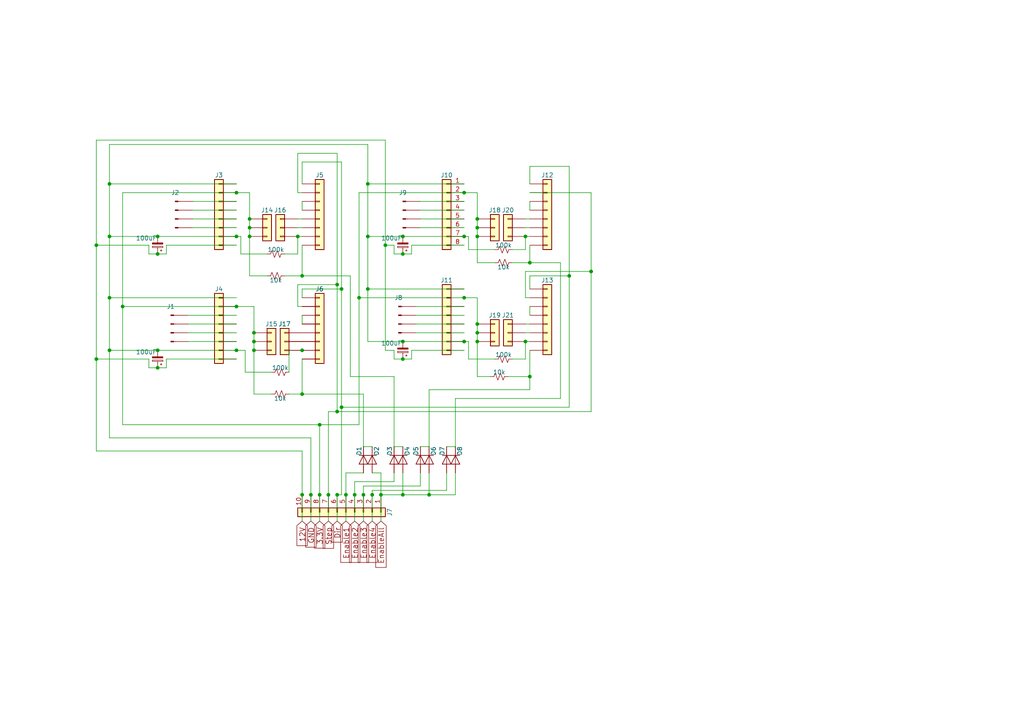
<source format=kicad_sch>
(kicad_sch (version 20211123) (generator eeschema)
  (paper "A4")
  (lib_symbols
    (symbol "4motor-rescue:CP_Small" (pin_numbers hide) (pin_names (offset 0.254) hide)
      (property "Reference" "C" (at 0.254 1.778 0))
      (property "Value" "CP_Small" (at 0.254 -2.032 0))
      (symbol "CP_Small_0_1"
        (rectangle (start -1.524 -0.3048) (end 1.524 -0.6858) (fill (type outline)))
        (rectangle (start -1.524 0.6858) (end 1.524 0.3048))
        (polyline (pts (xy -1.27 1.524) (xy -0.762 1.524)))
        (polyline (pts (xy -1.016 1.27) (xy -1.016 1.778)))
      )
      (symbol "CP_Small_1_1"
        (pin passive line (at 0 2.54 270) (length 1.8542) (name "~") (number "1"))
        (pin passive line (at 0 -2.54 90) (length 1.8542) (name "~") (number "2"))
      )
    )
    (symbol "4motor-rescue:Conn_01x03" (pin_numbers hide) (pin_names (offset 1.016) hide)
      (property "Reference" "J" (at 0 5.08 0))
      (property "Value" "Conn_01x03" (at 0 -5.08 0))
      (symbol "Conn_01x03_1_1"
        (rectangle (start -1.27 -2.413) (end 0 -2.667) (stroke (width 0.1524)))
        (rectangle (start -1.27 0.127) (end 0 -0.127) (stroke (width 0.1524)))
        (rectangle (start -1.27 2.667) (end 0 2.413) (stroke (width 0.1524)))
        (rectangle (start -1.27 3.81) (end 1.27 -3.81) (stroke (width 0.254)) (fill (type background)))
        (pin passive line (at -5.08 2.54 0) (length 3.81) (name "Pin_1") (number "1"))
        (pin passive line (at -5.08 0 0) (length 3.81) (name "Pin_2") (number "2"))
        (pin passive line (at -5.08 -2.54 0) (length 3.81) (name "Pin_3") (number "3"))
      )
    )
    (symbol "4motor-rescue:Conn_01x04_Male" (pin_numbers hide) (pin_names (offset 1.016) hide)
      (property "Reference" "J" (at 0 5.08 0))
      (property "Value" "Conn_01x04_Male" (at 0 -7.62 0))
      (symbol "Conn_01x04_Male_1_1"
        (polyline (pts (xy 1.27 -5.08) (xy 0.8636 -5.08)) (stroke (width 0.1524)))
        (polyline (pts (xy 1.27 -2.54) (xy 0.8636 -2.54)) (stroke (width 0.1524)))
        (polyline (pts (xy 1.27 0) (xy 0.8636 0)) (stroke (width 0.1524)))
        (polyline (pts (xy 1.27 2.54) (xy 0.8636 2.54)) (stroke (width 0.1524)))
        (rectangle (start 0.8636 -4.953) (end 0 -5.207) (stroke (width 0.1524)) (fill (type outline)))
        (rectangle (start 0.8636 -2.413) (end 0 -2.667) (stroke (width 0.1524)) (fill (type outline)))
        (rectangle (start 0.8636 0.127) (end 0 -0.127) (stroke (width 0.1524)) (fill (type outline)))
        (rectangle (start 0.8636 2.667) (end 0 2.413) (stroke (width 0.1524)) (fill (type outline)))
        (pin passive line (at 5.08 2.54 180) (length 3.81) (name "Pin_1") (number "1"))
        (pin passive line (at 5.08 0 180) (length 3.81) (name "Pin_2") (number "2"))
        (pin passive line (at 5.08 -2.54 180) (length 3.81) (name "Pin_3") (number "3"))
        (pin passive line (at 5.08 -5.08 180) (length 3.81) (name "Pin_4") (number "4"))
      )
    )
    (symbol "4motor-rescue:Conn_01x08" (pin_numbers hide) (pin_names (offset 1.016) hide)
      (property "Reference" "J" (at 0 10.16 0))
      (property "Value" "Conn_01x08" (at 0 -12.7 0))
      (symbol "Conn_01x08_1_1"
        (rectangle (start -1.27 -10.033) (end 0 -10.287) (stroke (width 0.1524)))
        (rectangle (start -1.27 -7.493) (end 0 -7.747) (stroke (width 0.1524)))
        (rectangle (start -1.27 -4.953) (end 0 -5.207) (stroke (width 0.1524)))
        (rectangle (start -1.27 -2.413) (end 0 -2.667) (stroke (width 0.1524)))
        (rectangle (start -1.27 0.127) (end 0 -0.127) (stroke (width 0.1524)))
        (rectangle (start -1.27 2.667) (end 0 2.413) (stroke (width 0.1524)))
        (rectangle (start -1.27 5.207) (end 0 4.953) (stroke (width 0.1524)))
        (rectangle (start -1.27 7.747) (end 0 7.493) (stroke (width 0.1524)))
        (rectangle (start -1.27 8.89) (end 1.27 -11.43) (stroke (width 0.254)) (fill (type background)))
        (pin passive line (at -5.08 7.62 0) (length 3.81) (name "Pin_1") (number "1"))
        (pin passive line (at -5.08 5.08 0) (length 3.81) (name "Pin_2") (number "2"))
        (pin passive line (at -5.08 2.54 0) (length 3.81) (name "Pin_3") (number "3"))
        (pin passive line (at -5.08 0 0) (length 3.81) (name "Pin_4") (number "4"))
        (pin passive line (at -5.08 -2.54 0) (length 3.81) (name "Pin_5") (number "5"))
        (pin passive line (at -5.08 -5.08 0) (length 3.81) (name "Pin_6") (number "6"))
        (pin passive line (at -5.08 -7.62 0) (length 3.81) (name "Pin_7") (number "7"))
        (pin passive line (at -5.08 -10.16 0) (length 3.81) (name "Pin_8") (number "8"))
      )
    )
    (symbol "4motor-rescue:Conn_01x10" (pin_names (offset 1.016) hide)
      (property "Reference" "J" (at 0 12.7 0))
      (property "Value" "Conn_01x10" (at 0 -15.24 0))
      (symbol "Conn_01x10_1_1"
        (rectangle (start -1.27 -12.573) (end 0 -12.827) (stroke (width 0.1524)))
        (rectangle (start -1.27 -10.033) (end 0 -10.287) (stroke (width 0.1524)))
        (rectangle (start -1.27 -7.493) (end 0 -7.747) (stroke (width 0.1524)))
        (rectangle (start -1.27 -4.953) (end 0 -5.207) (stroke (width 0.1524)))
        (rectangle (start -1.27 -2.413) (end 0 -2.667) (stroke (width 0.1524)))
        (rectangle (start -1.27 0.127) (end 0 -0.127) (stroke (width 0.1524)))
        (rectangle (start -1.27 2.667) (end 0 2.413) (stroke (width 0.1524)))
        (rectangle (start -1.27 5.207) (end 0 4.953) (stroke (width 0.1524)))
        (rectangle (start -1.27 7.747) (end 0 7.493) (stroke (width 0.1524)))
        (rectangle (start -1.27 10.287) (end 0 10.033) (stroke (width 0.1524)))
        (rectangle (start -1.27 11.43) (end 1.27 -13.97) (stroke (width 0.254)) (fill (type background)))
        (pin passive line (at -5.08 10.16 0) (length 3.81) (name "Pin_1") (number "1"))
        (pin passive line (at -5.08 -12.7 0) (length 3.81) (name "Pin_10") (number "10"))
        (pin passive line (at -5.08 7.62 0) (length 3.81) (name "Pin_2") (number "2"))
        (pin passive line (at -5.08 5.08 0) (length 3.81) (name "Pin_3") (number "3"))
        (pin passive line (at -5.08 2.54 0) (length 3.81) (name "Pin_4") (number "4"))
        (pin passive line (at -5.08 0 0) (length 3.81) (name "Pin_5") (number "5"))
        (pin passive line (at -5.08 -2.54 0) (length 3.81) (name "Pin_6") (number "6"))
        (pin passive line (at -5.08 -5.08 0) (length 3.81) (name "Pin_7") (number "7"))
        (pin passive line (at -5.08 -7.62 0) (length 3.81) (name "Pin_8") (number "8"))
        (pin passive line (at -5.08 -10.16 0) (length 3.81) (name "Pin_9") (number "9"))
      )
    )
    (symbol "4motor-rescue:D" (pin_numbers hide) (pin_names (offset 1.016) hide)
      (property "Reference" "D" (at 0 2.54 0))
      (property "Value" "D" (at 0 -2.54 0))
      (symbol "D_0_1"
        (polyline (pts (xy -1.27 1.27) (xy -1.27 -1.27)) (stroke (width 0.2032)))
        (polyline (pts (xy 1.27 0) (xy -1.27 0)))
        (polyline (pts (xy 1.27 1.27) (xy 1.27 -1.27) (xy -1.27 0) (xy 1.27 1.27)) (stroke (width 0.2032)))
      )
      (symbol "D_1_1"
        (pin passive line (at -3.81 0 0) (length 2.54) (name "K") (number "1"))
        (pin passive line (at 3.81 0 180) (length 2.54) (name "A") (number "2"))
      )
    )
    (symbol "Conn_01x03_1" (pin_numbers hide) (pin_names (offset 1.016) hide)
      (property "Reference" "J" (at 0 5.08 0))
      (property "Value" "Conn_01x03_1" (at 0 -5.08 0))
      (symbol "Conn_01x03_1_1_1"
        (rectangle (start -1.27 -2.413) (end 0 -2.667) (stroke (width 0.1524)))
        (rectangle (start -1.27 0.127) (end 0 -0.127) (stroke (width 0.1524)))
        (rectangle (start -1.27 2.667) (end 0 2.413) (stroke (width 0.1524)))
        (rectangle (start -1.27 3.81) (end 1.27 -3.81) (stroke (width 0.254)) (fill (type background)))
        (pin passive line (at -5.08 2.54 0) (length 3.81) (name "Pin_1") (number "1"))
        (pin passive line (at -5.08 0 0) (length 3.81) (name "Pin_2") (number "2"))
        (pin passive line (at -5.08 -2.54 0) (length 3.81) (name "Pin_3") (number "3"))
      )
    )
    (symbol "Conn_01x03_2" (pin_numbers hide) (pin_names (offset 1.016) hide)
      (property "Reference" "J" (at 0 5.08 0))
      (property "Value" "Conn_01x03_2" (at 0 -5.08 0))
      (symbol "Conn_01x03_2_1_1"
        (rectangle (start -1.27 -2.413) (end 0 -2.667) (stroke (width 0.1524)))
        (rectangle (start -1.27 0.127) (end 0 -0.127) (stroke (width 0.1524)))
        (rectangle (start -1.27 2.667) (end 0 2.413) (stroke (width 0.1524)))
        (rectangle (start -1.27 3.81) (end 1.27 -3.81) (stroke (width 0.254)) (fill (type background)))
        (pin passive line (at -5.08 2.54 0) (length 3.81) (name "Pin_1") (number "1"))
        (pin passive line (at -5.08 0 0) (length 3.81) (name "Pin_2") (number "2"))
        (pin passive line (at -5.08 -2.54 0) (length 3.81) (name "Pin_3") (number "3"))
      )
    )
    (symbol "Conn_01x03_3" (pin_numbers hide) (pin_names (offset 1.016) hide)
      (property "Reference" "J" (at 0 5.08 0))
      (property "Value" "Conn_01x03_3" (at 0 -5.08 0))
      (symbol "Conn_01x03_3_1_1"
        (rectangle (start -1.27 -2.413) (end 0 -2.667) (stroke (width 0.1524)))
        (rectangle (start -1.27 0.127) (end 0 -0.127) (stroke (width 0.1524)))
        (rectangle (start -1.27 2.667) (end 0 2.413) (stroke (width 0.1524)))
        (rectangle (start -1.27 3.81) (end 1.27 -3.81) (stroke (width 0.254)) (fill (type background)))
        (pin passive line (at -5.08 2.54 0) (length 3.81) (name "Pin_1") (number "1"))
        (pin passive line (at -5.08 0 0) (length 3.81) (name "Pin_2") (number "2"))
        (pin passive line (at -5.08 -2.54 0) (length 3.81) (name "Pin_3") (number "3"))
      )
    )
    (symbol "Conn_01x03_4" (pin_numbers hide) (pin_names (offset 1.016) hide)
      (property "Reference" "J" (at 0 5.08 0))
      (property "Value" "Conn_01x03_4" (at 0 -5.08 0))
      (symbol "Conn_01x03_4_1_1"
        (rectangle (start -1.27 -2.413) (end 0 -2.667) (stroke (width 0.1524)))
        (rectangle (start -1.27 0.127) (end 0 -0.127) (stroke (width 0.1524)))
        (rectangle (start -1.27 2.667) (end 0 2.413) (stroke (width 0.1524)))
        (rectangle (start -1.27 3.81) (end 1.27 -3.81) (stroke (width 0.254)) (fill (type background)))
        (pin passive line (at -5.08 2.54 0) (length 3.81) (name "Pin_1") (number "1"))
        (pin passive line (at -5.08 0 0) (length 3.81) (name "Pin_2") (number "2"))
        (pin passive line (at -5.08 -2.54 0) (length 3.81) (name "Pin_3") (number "3"))
      )
    )
    (symbol "Conn_01x03_5" (pin_numbers hide) (pin_names (offset 1.016) hide)
      (property "Reference" "J" (at 0 5.08 0))
      (property "Value" "Conn_01x03_5" (at 0 -5.08 0))
      (symbol "Conn_01x03_5_1_1"
        (rectangle (start -1.27 -2.413) (end 0 -2.667) (stroke (width 0.1524)))
        (rectangle (start -1.27 0.127) (end 0 -0.127) (stroke (width 0.1524)))
        (rectangle (start -1.27 2.667) (end 0 2.413) (stroke (width 0.1524)))
        (rectangle (start -1.27 3.81) (end 1.27 -3.81) (stroke (width 0.254)) (fill (type background)))
        (pin passive line (at -5.08 2.54 0) (length 3.81) (name "Pin_1") (number "1"))
        (pin passive line (at -5.08 0 0) (length 3.81) (name "Pin_2") (number "2"))
        (pin passive line (at -5.08 -2.54 0) (length 3.81) (name "Pin_3") (number "3"))
      )
    )
    (symbol "Conn_01x03_6" (pin_numbers hide) (pin_names (offset 1.016) hide)
      (property "Reference" "J" (at 0 5.08 0))
      (property "Value" "Conn_01x03_6" (at 0 -5.08 0))
      (symbol "Conn_01x03_6_1_1"
        (rectangle (start -1.27 -2.413) (end 0 -2.667) (stroke (width 0.1524)))
        (rectangle (start -1.27 0.127) (end 0 -0.127) (stroke (width 0.1524)))
        (rectangle (start -1.27 2.667) (end 0 2.413) (stroke (width 0.1524)))
        (rectangle (start -1.27 3.81) (end 1.27 -3.81) (stroke (width 0.254)) (fill (type background)))
        (pin passive line (at -5.08 2.54 0) (length 3.81) (name "Pin_1") (number "1"))
        (pin passive line (at -5.08 0 0) (length 3.81) (name "Pin_2") (number "2"))
        (pin passive line (at -5.08 -2.54 0) (length 3.81) (name "Pin_3") (number "3"))
      )
    )
    (symbol "Conn_01x03_7" (pin_numbers hide) (pin_names (offset 1.016) hide)
      (property "Reference" "J" (at 0 5.08 0))
      (property "Value" "Conn_01x03_7" (at 0 -5.08 0))
      (symbol "Conn_01x03_7_1_1"
        (rectangle (start -1.27 -2.413) (end 0 -2.667) (stroke (width 0.1524)))
        (rectangle (start -1.27 0.127) (end 0 -0.127) (stroke (width 0.1524)))
        (rectangle (start -1.27 2.667) (end 0 2.413) (stroke (width 0.1524)))
        (rectangle (start -1.27 3.81) (end 1.27 -3.81) (stroke (width 0.254)) (fill (type background)))
        (pin passive line (at -5.08 2.54 0) (length 3.81) (name "Pin_1") (number "1"))
        (pin passive line (at -5.08 0 0) (length 3.81) (name "Pin_2") (number "2"))
        (pin passive line (at -5.08 -2.54 0) (length 3.81) (name "Pin_3") (number "3"))
      )
    )
    (symbol "Conn_01x04_Male_1" (pin_numbers hide) (pin_names (offset 1.016) hide)
      (property "Reference" "J" (at 0 5.08 0))
      (property "Value" "Conn_01x04_Male_1" (at 0 -7.62 0))
      (symbol "Conn_01x04_Male_1_1_1"
        (polyline (pts (xy 1.27 -5.08) (xy 0.8636 -5.08)) (stroke (width 0.1524)))
        (polyline (pts (xy 1.27 -2.54) (xy 0.8636 -2.54)) (stroke (width 0.1524)))
        (polyline (pts (xy 1.27 0) (xy 0.8636 0)) (stroke (width 0.1524)))
        (polyline (pts (xy 1.27 2.54) (xy 0.8636 2.54)) (stroke (width 0.1524)))
        (rectangle (start 0.8636 -4.953) (end 0 -5.207) (stroke (width 0.1524)) (fill (type outline)))
        (rectangle (start 0.8636 -2.413) (end 0 -2.667) (stroke (width 0.1524)) (fill (type outline)))
        (rectangle (start 0.8636 0.127) (end 0 -0.127) (stroke (width 0.1524)) (fill (type outline)))
        (rectangle (start 0.8636 2.667) (end 0 2.413) (stroke (width 0.1524)) (fill (type outline)))
        (pin passive line (at 5.08 2.54 180) (length 3.81) (name "Pin_1") (number "1"))
        (pin passive line (at 5.08 0 180) (length 3.81) (name "Pin_2") (number "2"))
        (pin passive line (at 5.08 -2.54 180) (length 3.81) (name "Pin_3") (number "3"))
        (pin passive line (at 5.08 -5.08 180) (length 3.81) (name "Pin_4") (number "4"))
      )
    )
    (symbol "Conn_01x04_Male_2" (pin_numbers hide) (pin_names (offset 1.016) hide)
      (property "Reference" "J" (at 0 5.08 0))
      (property "Value" "Conn_01x04_Male_2" (at 0 -7.62 0))
      (symbol "Conn_01x04_Male_2_1_1"
        (polyline (pts (xy 1.27 -5.08) (xy 0.8636 -5.08)) (stroke (width 0.1524)))
        (polyline (pts (xy 1.27 -2.54) (xy 0.8636 -2.54)) (stroke (width 0.1524)))
        (polyline (pts (xy 1.27 0) (xy 0.8636 0)) (stroke (width 0.1524)))
        (polyline (pts (xy 1.27 2.54) (xy 0.8636 2.54)) (stroke (width 0.1524)))
        (rectangle (start 0.8636 -4.953) (end 0 -5.207) (stroke (width 0.1524)) (fill (type outline)))
        (rectangle (start 0.8636 -2.413) (end 0 -2.667) (stroke (width 0.1524)) (fill (type outline)))
        (rectangle (start 0.8636 0.127) (end 0 -0.127) (stroke (width 0.1524)) (fill (type outline)))
        (rectangle (start 0.8636 2.667) (end 0 2.413) (stroke (width 0.1524)) (fill (type outline)))
        (pin passive line (at 5.08 2.54 180) (length 3.81) (name "Pin_1") (number "1"))
        (pin passive line (at 5.08 0 180) (length 3.81) (name "Pin_2") (number "2"))
        (pin passive line (at 5.08 -2.54 180) (length 3.81) (name "Pin_3") (number "3"))
        (pin passive line (at 5.08 -5.08 180) (length 3.81) (name "Pin_4") (number "4"))
      )
    )
    (symbol "Conn_01x04_Male_3" (pin_numbers hide) (pin_names (offset 1.016) hide)
      (property "Reference" "J" (at 0 5.08 0))
      (property "Value" "Conn_01x04_Male_3" (at 0 -7.62 0))
      (symbol "Conn_01x04_Male_3_1_1"
        (polyline (pts (xy 1.27 -5.08) (xy 0.8636 -5.08)) (stroke (width 0.1524)))
        (polyline (pts (xy 1.27 -2.54) (xy 0.8636 -2.54)) (stroke (width 0.1524)))
        (polyline (pts (xy 1.27 0) (xy 0.8636 0)) (stroke (width 0.1524)))
        (polyline (pts (xy 1.27 2.54) (xy 0.8636 2.54)) (stroke (width 0.1524)))
        (rectangle (start 0.8636 -4.953) (end 0 -5.207) (stroke (width 0.1524)) (fill (type outline)))
        (rectangle (start 0.8636 -2.413) (end 0 -2.667) (stroke (width 0.1524)) (fill (type outline)))
        (rectangle (start 0.8636 0.127) (end 0 -0.127) (stroke (width 0.1524)) (fill (type outline)))
        (rectangle (start 0.8636 2.667) (end 0 2.413) (stroke (width 0.1524)) (fill (type outline)))
        (pin passive line (at 5.08 2.54 180) (length 3.81) (name "Pin_1") (number "1"))
        (pin passive line (at 5.08 0 180) (length 3.81) (name "Pin_2") (number "2"))
        (pin passive line (at 5.08 -2.54 180) (length 3.81) (name "Pin_3") (number "3"))
        (pin passive line (at 5.08 -5.08 180) (length 3.81) (name "Pin_4") (number "4"))
      )
    )
    (symbol "Conn_01x08_1" (pin_names (offset 1.016) hide)
      (property "Reference" "J" (at 0 10.16 0))
      (property "Value" "Conn_01x08_1" (at 0 -12.7 0))
      (symbol "Conn_01x08_1_1_1"
        (rectangle (start -1.27 -10.033) (end 0 -10.287) (stroke (width 0.1524)))
        (rectangle (start -1.27 -7.493) (end 0 -7.747) (stroke (width 0.1524)))
        (rectangle (start -1.27 -4.953) (end 0 -5.207) (stroke (width 0.1524)))
        (rectangle (start -1.27 -2.413) (end 0 -2.667) (stroke (width 0.1524)))
        (rectangle (start -1.27 0.127) (end 0 -0.127) (stroke (width 0.1524)))
        (rectangle (start -1.27 2.667) (end 0 2.413) (stroke (width 0.1524)))
        (rectangle (start -1.27 5.207) (end 0 4.953) (stroke (width 0.1524)))
        (rectangle (start -1.27 7.747) (end 0 7.493) (stroke (width 0.1524)))
        (rectangle (start -1.27 8.89) (end 1.27 -11.43) (stroke (width 0.254)) (fill (type background)))
        (pin passive line (at -5.08 7.62 0) (length 3.81) (name "Pin_1") (number "1"))
        (pin passive line (at -5.08 5.08 0) (length 3.81) (name "Pin_2") (number "2"))
        (pin passive line (at -5.08 2.54 0) (length 3.81) (name "Pin_3") (number "3"))
        (pin passive line (at -5.08 0 0) (length 3.81) (name "Pin_4") (number "4"))
        (pin passive line (at -5.08 -2.54 0) (length 3.81) (name "Pin_5") (number "5"))
        (pin passive line (at -5.08 -5.08 0) (length 3.81) (name "Pin_6") (number "6"))
        (pin passive line (at -5.08 -7.62 0) (length 3.81) (name "Pin_7") (number "7"))
        (pin passive line (at -5.08 -10.16 0) (length 3.81) (name "Pin_8") (number "8"))
      )
    )
    (symbol "Conn_01x08_2" (pin_numbers hide) (pin_names (offset 1.016) hide)
      (property "Reference" "J" (at 0 10.16 0))
      (property "Value" "Conn_01x08_2" (at 0 -12.7 0))
      (symbol "Conn_01x08_2_1_1"
        (rectangle (start -1.27 -10.033) (end 0 -10.287) (stroke (width 0.1524)))
        (rectangle (start -1.27 -7.493) (end 0 -7.747) (stroke (width 0.1524)))
        (rectangle (start -1.27 -4.953) (end 0 -5.207) (stroke (width 0.1524)))
        (rectangle (start -1.27 -2.413) (end 0 -2.667) (stroke (width 0.1524)))
        (rectangle (start -1.27 0.127) (end 0 -0.127) (stroke (width 0.1524)))
        (rectangle (start -1.27 2.667) (end 0 2.413) (stroke (width 0.1524)))
        (rectangle (start -1.27 5.207) (end 0 4.953) (stroke (width 0.1524)))
        (rectangle (start -1.27 7.747) (end 0 7.493) (stroke (width 0.1524)))
        (rectangle (start -1.27 8.89) (end 1.27 -11.43) (stroke (width 0.254)) (fill (type background)))
        (pin passive line (at -5.08 7.62 0) (length 3.81) (name "Pin_1") (number "1"))
        (pin passive line (at -5.08 5.08 0) (length 3.81) (name "Pin_2") (number "2"))
        (pin passive line (at -5.08 2.54 0) (length 3.81) (name "Pin_3") (number "3"))
        (pin passive line (at -5.08 0 0) (length 3.81) (name "Pin_4") (number "4"))
        (pin passive line (at -5.08 -2.54 0) (length 3.81) (name "Pin_5") (number "5"))
        (pin passive line (at -5.08 -5.08 0) (length 3.81) (name "Pin_6") (number "6"))
        (pin passive line (at -5.08 -7.62 0) (length 3.81) (name "Pin_7") (number "7"))
        (pin passive line (at -5.08 -10.16 0) (length 3.81) (name "Pin_8") (number "8"))
      )
    )
    (symbol "Conn_01x08_3" (pin_numbers hide) (pin_names (offset 1.016) hide)
      (property "Reference" "J" (at 0 10.16 0))
      (property "Value" "Conn_01x08_3" (at 0 -12.7 0))
      (symbol "Conn_01x08_3_1_1"
        (rectangle (start -1.27 -10.033) (end 0 -10.287) (stroke (width 0.1524)))
        (rectangle (start -1.27 -7.493) (end 0 -7.747) (stroke (width 0.1524)))
        (rectangle (start -1.27 -4.953) (end 0 -5.207) (stroke (width 0.1524)))
        (rectangle (start -1.27 -2.413) (end 0 -2.667) (stroke (width 0.1524)))
        (rectangle (start -1.27 0.127) (end 0 -0.127) (stroke (width 0.1524)))
        (rectangle (start -1.27 2.667) (end 0 2.413) (stroke (width 0.1524)))
        (rectangle (start -1.27 5.207) (end 0 4.953) (stroke (width 0.1524)))
        (rectangle (start -1.27 7.747) (end 0 7.493) (stroke (width 0.1524)))
        (rectangle (start -1.27 8.89) (end 1.27 -11.43) (stroke (width 0.254)) (fill (type background)))
        (pin passive line (at -5.08 7.62 0) (length 3.81) (name "Pin_1") (number "1"))
        (pin passive line (at -5.08 5.08 0) (length 3.81) (name "Pin_2") (number "2"))
        (pin passive line (at -5.08 2.54 0) (length 3.81) (name "Pin_3") (number "3"))
        (pin passive line (at -5.08 0 0) (length 3.81) (name "Pin_4") (number "4"))
        (pin passive line (at -5.08 -2.54 0) (length 3.81) (name "Pin_5") (number "5"))
        (pin passive line (at -5.08 -5.08 0) (length 3.81) (name "Pin_6") (number "6"))
        (pin passive line (at -5.08 -7.62 0) (length 3.81) (name "Pin_7") (number "7"))
        (pin passive line (at -5.08 -10.16 0) (length 3.81) (name "Pin_8") (number "8"))
      )
    )
    (symbol "Conn_01x08_4" (pin_numbers hide) (pin_names (offset 1.016) hide)
      (property "Reference" "J" (at 0 10.16 0))
      (property "Value" "Conn_01x08_4" (at 0 -12.7 0))
      (symbol "Conn_01x08_4_1_1"
        (rectangle (start -1.27 -10.033) (end 0 -10.287) (stroke (width 0.1524)))
        (rectangle (start -1.27 -7.493) (end 0 -7.747) (stroke (width 0.1524)))
        (rectangle (start -1.27 -4.953) (end 0 -5.207) (stroke (width 0.1524)))
        (rectangle (start -1.27 -2.413) (end 0 -2.667) (stroke (width 0.1524)))
        (rectangle (start -1.27 0.127) (end 0 -0.127) (stroke (width 0.1524)))
        (rectangle (start -1.27 2.667) (end 0 2.413) (stroke (width 0.1524)))
        (rectangle (start -1.27 5.207) (end 0 4.953) (stroke (width 0.1524)))
        (rectangle (start -1.27 7.747) (end 0 7.493) (stroke (width 0.1524)))
        (rectangle (start -1.27 8.89) (end 1.27 -11.43) (stroke (width 0.254)) (fill (type background)))
        (pin passive line (at -5.08 7.62 0) (length 3.81) (name "Pin_1") (number "1"))
        (pin passive line (at -5.08 5.08 0) (length 3.81) (name "Pin_2") (number "2"))
        (pin passive line (at -5.08 2.54 0) (length 3.81) (name "Pin_3") (number "3"))
        (pin passive line (at -5.08 0 0) (length 3.81) (name "Pin_4") (number "4"))
        (pin passive line (at -5.08 -2.54 0) (length 3.81) (name "Pin_5") (number "5"))
        (pin passive line (at -5.08 -5.08 0) (length 3.81) (name "Pin_6") (number "6"))
        (pin passive line (at -5.08 -7.62 0) (length 3.81) (name "Pin_7") (number "7"))
        (pin passive line (at -5.08 -10.16 0) (length 3.81) (name "Pin_8") (number "8"))
      )
    )
    (symbol "Conn_01x08_5" (pin_numbers hide) (pin_names (offset 1.016) hide)
      (property "Reference" "J" (at 0 10.16 0))
      (property "Value" "Conn_01x08_5" (at 0 -12.7 0))
      (symbol "Conn_01x08_5_1_1"
        (rectangle (start -1.27 -10.033) (end 0 -10.287) (stroke (width 0.1524)))
        (rectangle (start -1.27 -7.493) (end 0 -7.747) (stroke (width 0.1524)))
        (rectangle (start -1.27 -4.953) (end 0 -5.207) (stroke (width 0.1524)))
        (rectangle (start -1.27 -2.413) (end 0 -2.667) (stroke (width 0.1524)))
        (rectangle (start -1.27 0.127) (end 0 -0.127) (stroke (width 0.1524)))
        (rectangle (start -1.27 2.667) (end 0 2.413) (stroke (width 0.1524)))
        (rectangle (start -1.27 5.207) (end 0 4.953) (stroke (width 0.1524)))
        (rectangle (start -1.27 7.747) (end 0 7.493) (stroke (width 0.1524)))
        (rectangle (start -1.27 8.89) (end 1.27 -11.43) (stroke (width 0.254)) (fill (type background)))
        (pin passive line (at -5.08 7.62 0) (length 3.81) (name "Pin_1") (number "1"))
        (pin passive line (at -5.08 5.08 0) (length 3.81) (name "Pin_2") (number "2"))
        (pin passive line (at -5.08 2.54 0) (length 3.81) (name "Pin_3") (number "3"))
        (pin passive line (at -5.08 0 0) (length 3.81) (name "Pin_4") (number "4"))
        (pin passive line (at -5.08 -2.54 0) (length 3.81) (name "Pin_5") (number "5"))
        (pin passive line (at -5.08 -5.08 0) (length 3.81) (name "Pin_6") (number "6"))
        (pin passive line (at -5.08 -7.62 0) (length 3.81) (name "Pin_7") (number "7"))
        (pin passive line (at -5.08 -10.16 0) (length 3.81) (name "Pin_8") (number "8"))
      )
    )
    (symbol "Conn_01x08_6" (pin_numbers hide) (pin_names (offset 1.016) hide)
      (property "Reference" "J" (at 0 10.16 0))
      (property "Value" "Conn_01x08_6" (at 0 -12.7 0))
      (symbol "Conn_01x08_6_1_1"
        (rectangle (start -1.27 -10.033) (end 0 -10.287) (stroke (width 0.1524)))
        (rectangle (start -1.27 -7.493) (end 0 -7.747) (stroke (width 0.1524)))
        (rectangle (start -1.27 -4.953) (end 0 -5.207) (stroke (width 0.1524)))
        (rectangle (start -1.27 -2.413) (end 0 -2.667) (stroke (width 0.1524)))
        (rectangle (start -1.27 0.127) (end 0 -0.127) (stroke (width 0.1524)))
        (rectangle (start -1.27 2.667) (end 0 2.413) (stroke (width 0.1524)))
        (rectangle (start -1.27 5.207) (end 0 4.953) (stroke (width 0.1524)))
        (rectangle (start -1.27 7.747) (end 0 7.493) (stroke (width 0.1524)))
        (rectangle (start -1.27 8.89) (end 1.27 -11.43) (stroke (width 0.254)) (fill (type background)))
        (pin passive line (at -5.08 7.62 0) (length 3.81) (name "Pin_1") (number "1"))
        (pin passive line (at -5.08 5.08 0) (length 3.81) (name "Pin_2") (number "2"))
        (pin passive line (at -5.08 2.54 0) (length 3.81) (name "Pin_3") (number "3"))
        (pin passive line (at -5.08 0 0) (length 3.81) (name "Pin_4") (number "4"))
        (pin passive line (at -5.08 -2.54 0) (length 3.81) (name "Pin_5") (number "5"))
        (pin passive line (at -5.08 -5.08 0) (length 3.81) (name "Pin_6") (number "6"))
        (pin passive line (at -5.08 -7.62 0) (length 3.81) (name "Pin_7") (number "7"))
        (pin passive line (at -5.08 -10.16 0) (length 3.81) (name "Pin_8") (number "8"))
      )
    )
    (symbol "Conn_01x08_7" (pin_numbers hide) (pin_names (offset 1.016) hide)
      (property "Reference" "J" (at 0 10.16 0))
      (property "Value" "Conn_01x08_7" (at 0 -12.7 0))
      (symbol "Conn_01x08_7_1_1"
        (rectangle (start -1.27 -10.033) (end 0 -10.287) (stroke (width 0.1524)))
        (rectangle (start -1.27 -7.493) (end 0 -7.747) (stroke (width 0.1524)))
        (rectangle (start -1.27 -4.953) (end 0 -5.207) (stroke (width 0.1524)))
        (rectangle (start -1.27 -2.413) (end 0 -2.667) (stroke (width 0.1524)))
        (rectangle (start -1.27 0.127) (end 0 -0.127) (stroke (width 0.1524)))
        (rectangle (start -1.27 2.667) (end 0 2.413) (stroke (width 0.1524)))
        (rectangle (start -1.27 5.207) (end 0 4.953) (stroke (width 0.1524)))
        (rectangle (start -1.27 7.747) (end 0 7.493) (stroke (width 0.1524)))
        (rectangle (start -1.27 8.89) (end 1.27 -11.43) (stroke (width 0.254)) (fill (type background)))
        (pin passive line (at -5.08 7.62 0) (length 3.81) (name "Pin_1") (number "1"))
        (pin passive line (at -5.08 5.08 0) (length 3.81) (name "Pin_2") (number "2"))
        (pin passive line (at -5.08 2.54 0) (length 3.81) (name "Pin_3") (number "3"))
        (pin passive line (at -5.08 0 0) (length 3.81) (name "Pin_4") (number "4"))
        (pin passive line (at -5.08 -2.54 0) (length 3.81) (name "Pin_5") (number "5"))
        (pin passive line (at -5.08 -5.08 0) (length 3.81) (name "Pin_6") (number "6"))
        (pin passive line (at -5.08 -7.62 0) (length 3.81) (name "Pin_7") (number "7"))
        (pin passive line (at -5.08 -10.16 0) (length 3.81) (name "Pin_8") (number "8"))
      )
    )
    (symbol "Device:R_Small_US" (pin_numbers hide) (pin_names (offset 0.254) hide)
      (property "Reference" "R" (at 0.762 0.508 0))
      (property "Value" "R_Small_US" (at 0.762 -1.016 0))
      (symbol "R_Small_US_1_1"
        (polyline (pts (xy 0 0) (xy 1.016 -0.381) (xy 0 -0.762) (xy -1.016 -1.143) (xy 0 -1.524)))
        (polyline (pts (xy 0 1.524) (xy 1.016 1.143) (xy 0 0.762) (xy -1.016 0.381) (xy 0 0)))
        (pin passive line (at 0 2.54 270) (length 1.016) (name "~") (number "1"))
        (pin passive line (at 0 -2.54 90) (length 1.016) (name "~") (number "2"))
      )
    )
  )
  (junction (at 124.46 143.51))
  (junction (at 116.84 143.51))
  (junction (at 134.62 86.36))
  (junction (at 45.72 73.66))
  (junction (at 107.95 143.51))
  (junction (at 73.66 96.52))
  (junction (at 95.25 143.51))
  (junction (at 138.43 96.52))
  (junction (at 99.06 118.11))
  (junction (at 134.62 99.06))
  (junction (at 87.63 143.51))
  (junction (at 45.72 106.68))
  (junction (at 31.75 53.34))
  (junction (at 153.67 109.22))
  (junction (at 110.49 143.51))
  (junction (at 102.87 143.51))
  (junction (at 106.68 53.34))
  (junction (at 90.17 143.51))
  (junction (at 97.79 143.51))
  (junction (at 105.41 143.51))
  (junction (at 165.1 80.01))
  (junction (at 73.66 99.06))
  (junction (at 152.4 68.58))
  (junction (at 99.06 83.82))
  (junction (at 116.84 99.06))
  (junction (at 134.62 68.58))
  (junction (at 87.63 101.6))
  (junction (at 116.84 104.14))
  (junction (at 86.36 68.58))
  (junction (at 31.75 101.6))
  (junction (at 106.68 83.82))
  (junction (at 116.84 68.58))
  (junction (at 138.43 99.06))
  (junction (at 153.67 76.2))
  (junction (at 72.39 63.5))
  (junction (at 68.58 55.88))
  (junction (at 138.43 63.5))
  (junction (at 138.43 93.98))
  (junction (at 68.58 101.6))
  (junction (at 106.68 68.58))
  (junction (at 27.94 71.12))
  (junction (at 35.56 88.9))
  (junction (at 111.76 71.12))
  (junction (at 138.43 66.04))
  (junction (at 72.39 66.04))
  (junction (at 87.63 80.01))
  (junction (at 97.79 119.38))
  (junction (at 27.94 104.14))
  (junction (at 171.45 78.74))
  (junction (at 116.84 73.66))
  (junction (at 73.66 101.6))
  (junction (at 72.39 68.58))
  (junction (at 138.43 68.58))
  (junction (at 31.75 68.58))
  (junction (at 92.71 123.19))
  (junction (at 68.58 68.58))
  (junction (at 45.72 101.6))
  (junction (at 92.71 143.51))
  (junction (at 68.58 88.9))
  (junction (at 45.72 68.58))
  (junction (at 104.14 86.36))
  (junction (at 152.4 99.06))
  (junction (at 100.33 143.51))
  (junction (at 87.63 114.3))
  (junction (at 31.75 86.36))
  (junction (at 97.79 82.55))
  (junction (at 134.62 55.88))
  (wire (pts (xy 134.62 66.04) (xy 121.92 66.04)))
  (wire (pts (xy 31.75 41.91) (xy 106.68 41.91)))
  (wire (pts (xy 31.75 53.34) (xy 68.58 53.34)))
  (wire (pts (xy 31.75 41.91) (xy 31.75 53.34)))
  (wire (pts (xy 48.26 106.68) (xy 48.26 104.14)))
  (wire (pts (xy 99.06 118.11) (xy 99.06 143.51)))
  (wire (pts (xy 134.62 55.88) (xy 138.43 55.88)))
  (wire (pts (xy 104.14 86.36) (xy 104.14 123.19)))
  (wire (pts (xy 132.08 129.54) (xy 132.08 115.57)))
  (wire (pts (xy 90.17 127) (xy 31.75 127)))
  (wire (pts (xy 165.1 118.11) (xy 99.06 118.11)))
  (wire (pts (xy 68.58 58.42) (xy 55.88 58.42)))
  (wire (pts (xy 86.36 73.66) (xy 86.36 68.58)))
  (wire (pts (xy 86.36 44.45) (xy 86.36 55.88)))
  (wire (pts (xy 86.36 63.5) (xy 87.63 63.5)))
  (wire (pts (xy 102.87 139.7) (xy 102.87 143.51)))
  (wire (pts (xy 27.94 130.81) (xy 27.94 104.14)))
  (wire (pts (xy 104.14 86.36) (xy 134.62 86.36)))
  (wire (pts (xy 43.18 71.12) (xy 43.18 73.66)))
  (wire (pts (xy 111.76 101.6) (xy 114.3 101.6)))
  (wire (pts (xy 69.85 68.58) (xy 68.58 68.58)))
  (wire (pts (xy 153.67 83.82) (xy 153.67 80.01)))
  (wire (pts (xy 134.62 93.98) (xy 120.65 93.98)))
  (wire (pts (xy 107.95 142.24) (xy 107.95 143.51)))
  (wire (pts (xy 124.46 129.54) (xy 124.46 113.03)))
  (wire (pts (xy 83.82 114.3) (xy 87.63 114.3)))
  (wire (pts (xy 73.66 96.52) (xy 73.66 88.9)))
  (wire (pts (xy 99.06 83.82) (xy 99.06 118.11)))
  (wire (pts (xy 87.63 58.42) (xy 87.63 60.96)))
  (wire (pts (xy 138.43 63.5) (xy 138.43 66.04)))
  (wire (pts (xy 97.79 119.38) (xy 171.45 119.38)))
  (wire (pts (xy 71.12 101.6) (xy 68.58 101.6)))
  (wire (pts (xy 114.3 139.7) (xy 114.3 137.16)))
  (wire (pts (xy 148.59 104.14) (xy 152.4 104.14)))
  (wire (pts (xy 135.89 104.14) (xy 135.89 99.06)))
  (wire (pts (xy 35.56 55.88) (xy 35.56 88.9)))
  (wire (pts (xy 27.94 40.64) (xy 27.94 71.12)))
  (wire (pts (xy 143.51 72.39) (xy 135.89 72.39)))
  (wire (pts (xy 106.68 53.34) (xy 134.62 53.34)))
  (wire (pts (xy 152.4 78.74) (xy 171.45 78.74)))
  (wire (pts (xy 87.63 130.81) (xy 87.63 143.51)))
  (wire (pts (xy 138.43 96.52) (xy 138.43 99.06)))
  (wire (pts (xy 45.72 73.66) (xy 48.26 73.66)))
  (wire (pts (xy 92.71 143.51) (xy 92.71 151.13)))
  (wire (pts (xy 107.95 129.54) (xy 105.41 129.54)))
  (wire (pts (xy 165.1 80.01) (xy 165.1 118.11)))
  (wire (pts (xy 110.49 137.16) (xy 107.95 137.16)))
  (wire (pts (xy 101.6 80.01) (xy 101.6 109.22)))
  (wire (pts (xy 99.06 46.99) (xy 87.63 46.99)))
  (wire (pts (xy 114.3 109.22) (xy 101.6 109.22)))
  (wire (pts (xy 142.24 109.22) (xy 138.43 109.22)))
  (wire (pts (xy 82.55 80.01) (xy 87.63 80.01)))
  (wire (pts (xy 116.84 68.58) (xy 134.62 68.58)))
  (wire (pts (xy 153.67 80.01) (xy 165.1 80.01)))
  (wire (pts (xy 43.18 73.66) (xy 45.72 73.66)))
  (wire (pts (xy 27.94 130.81) (xy 87.63 130.81)))
  (wire (pts (xy 124.46 143.51) (xy 124.46 137.16)))
  (wire (pts (xy 73.66 88.9) (xy 68.58 88.9)))
  (wire (pts (xy 72.39 66.04) (xy 72.39 68.58)))
  (wire (pts (xy 72.39 63.5) (xy 72.39 66.04)))
  (wire (pts (xy 86.36 88.9) (xy 86.36 82.55)))
  (wire (pts (xy 86.36 82.55) (xy 97.79 82.55)))
  (wire (pts (xy 110.49 137.16) (xy 110.49 143.51)))
  (wire (pts (xy 106.68 83.82) (xy 106.68 99.06)))
  (wire (pts (xy 87.63 88.9) (xy 86.36 88.9)))
  (wire (pts (xy 153.67 88.9) (xy 153.67 91.44)))
  (wire (pts (xy 77.47 73.66) (xy 69.85 73.66)))
  (wire (pts (xy 135.89 68.58) (xy 134.62 68.58)))
  (wire (pts (xy 124.46 113.03) (xy 153.67 113.03)))
  (wire (pts (xy 73.66 101.6) (xy 73.66 114.3)))
  (wire (pts (xy 153.67 55.88) (xy 171.45 55.88)))
  (wire (pts (xy 48.26 71.12) (xy 68.58 71.12)))
  (wire (pts (xy 107.95 143.51) (xy 107.95 151.13)))
  (wire (pts (xy 54.61 91.44) (xy 68.58 91.44)))
  (wire (pts (xy 90.17 143.51) (xy 90.17 151.13)))
  (wire (pts (xy 45.72 106.68) (xy 48.26 106.68)))
  (wire (pts (xy 152.4 72.39) (xy 152.4 68.58)))
  (wire (pts (xy 27.94 71.12) (xy 27.94 104.14)))
  (wire (pts (xy 134.62 88.9) (xy 120.65 88.9)))
  (wire (pts (xy 86.36 66.04) (xy 87.63 66.04)))
  (wire (pts (xy 55.88 60.96) (xy 68.58 60.96)))
  (wire (pts (xy 162.56 76.2) (xy 162.56 115.57)))
  (wire (pts (xy 73.66 96.52) (xy 73.66 99.06)))
  (wire (pts (xy 152.4 99.06) (xy 153.67 99.06)))
  (wire (pts (xy 171.45 55.88) (xy 171.45 78.74)))
  (wire (pts (xy 138.43 86.36) (xy 138.43 93.98)))
  (wire (pts (xy 100.33 137.16) (xy 100.33 143.51)))
  (wire (pts (xy 110.49 143.51) (xy 116.84 143.51)))
  (wire (pts (xy 148.59 72.39) (xy 152.4 72.39)))
  (wire (pts (xy 54.61 96.52) (xy 68.58 96.52)))
  (wire (pts (xy 43.18 104.14) (xy 43.18 106.68)))
  (wire (pts (xy 31.75 68.58) (xy 31.75 86.36)))
  (wire (pts (xy 31.75 101.6) (xy 45.72 101.6)))
  (wire (pts (xy 95.25 143.51) (xy 95.25 151.13)))
  (wire (pts (xy 152.4 86.36) (xy 152.4 78.74)))
  (wire (pts (xy 119.38 73.66) (xy 119.38 71.12)))
  (wire (pts (xy 138.43 66.04) (xy 138.43 68.58)))
  (wire (pts (xy 73.66 99.06) (xy 73.66 101.6)))
  (wire (pts (xy 114.3 104.14) (xy 116.84 104.14)))
  (wire (pts (xy 116.84 73.66) (xy 119.38 73.66)))
  (wire (pts (xy 153.67 101.6) (xy 153.67 109.22)))
  (wire (pts (xy 27.94 40.64) (xy 111.76 40.64)))
  (wire (pts (xy 129.54 142.24) (xy 129.54 137.16)))
  (wire (pts (xy 83.82 107.95) (xy 83.82 101.6)))
  (wire (pts (xy 48.26 104.14) (xy 68.58 104.14)))
  (wire (pts (xy 110.49 143.51) (xy 110.49 151.13)))
  (wire (pts (xy 106.68 68.58) (xy 106.68 83.82)))
  (wire (pts (xy 68.58 63.5) (xy 55.88 63.5)))
  (wire (pts (xy 165.1 48.26) (xy 153.67 48.26)))
  (wire (pts (xy 102.87 139.7) (xy 114.3 139.7)))
  (wire (pts (xy 97.79 44.45) (xy 97.79 82.55)))
  (wire (pts (xy 134.62 60.96) (xy 121.92 60.96)))
  (wire (pts (xy 153.67 86.36) (xy 152.4 86.36)))
  (wire (pts (xy 153.67 71.12) (xy 153.67 76.2)))
  (wire (pts (xy 31.75 101.6) (xy 31.75 127)))
  (wire (pts (xy 87.63 83.82) (xy 99.06 83.82)))
  (wire (pts (xy 105.41 143.51) (xy 105.41 151.13)))
  (wire (pts (xy 31.75 86.36) (xy 31.75 101.6)))
  (wire (pts (xy 111.76 71.12) (xy 111.76 40.64)))
  (wire (pts (xy 116.84 104.14) (xy 119.38 104.14)))
  (wire (pts (xy 87.63 91.44) (xy 87.63 93.98)))
  (wire (pts (xy 120.65 96.52) (xy 134.62 96.52)))
  (wire (pts (xy 119.38 101.6) (xy 134.62 101.6)))
  (wire (pts (xy 138.43 68.58) (xy 138.43 76.2)))
  (wire (pts (xy 121.92 58.42) (xy 134.62 58.42)))
  (wire (pts (xy 69.85 73.66) (xy 69.85 68.58)))
  (wire (pts (xy 43.18 106.68) (xy 45.72 106.68)))
  (wire (pts (xy 35.56 88.9) (xy 68.58 88.9)))
  (wire (pts (xy 82.55 73.66) (xy 86.36 73.66)))
  (wire (pts (xy 54.61 93.98) (xy 68.58 93.98)))
  (wire (pts (xy 114.3 101.6) (xy 114.3 104.14)))
  (wire (pts (xy 121.92 140.97) (xy 121.92 137.16)))
  (wire (pts (xy 31.75 68.58) (xy 45.72 68.58)))
  (wire (pts (xy 86.36 55.88) (xy 87.63 55.88)))
  (wire (pts (xy 143.51 104.14) (xy 135.89 104.14)))
  (wire (pts (xy 87.63 46.99) (xy 87.63 53.34)))
  (wire (pts (xy 138.43 99.06) (xy 138.43 109.22)))
  (wire (pts (xy 135.89 72.39) (xy 135.89 68.58)))
  (wire (pts (xy 78.74 107.95) (xy 71.12 107.95)))
  (wire (pts (xy 153.67 58.42) (xy 153.67 60.96)))
  (wire (pts (xy 87.63 143.51) (xy 87.63 151.13)))
  (wire (pts (xy 48.26 73.66) (xy 48.26 71.12)))
  (wire (pts (xy 132.08 115.57) (xy 162.56 115.57)))
  (wire (pts (xy 97.79 82.55) (xy 97.79 119.38)))
  (wire (pts (xy 111.76 71.12) (xy 111.76 101.6)))
  (wire (pts (xy 120.65 91.44) (xy 134.62 91.44)))
  (wire (pts (xy 100.33 137.16) (xy 105.41 137.16)))
  (wire (pts (xy 104.14 55.88) (xy 134.62 55.88)))
  (wire (pts (xy 35.56 88.9) (xy 35.56 123.19)))
  (wire (pts (xy 99.06 143.51) (xy 97.79 143.51)))
  (wire (pts (xy 99.06 46.99) (xy 99.06 83.82)))
  (wire (pts (xy 134.62 86.36) (xy 138.43 86.36)))
  (wire (pts (xy 152.4 96.52) (xy 153.67 96.52)))
  (wire (pts (xy 132.08 143.51) (xy 132.08 137.16)))
  (wire (pts (xy 147.32 109.22) (xy 153.67 109.22)))
  (wire (pts (xy 129.54 142.24) (xy 107.95 142.24)))
  (wire (pts (xy 152.4 93.98) (xy 153.67 93.98)))
  (wire (pts (xy 87.63 71.12) (xy 87.63 80.01)))
  (wire (pts (xy 153.67 48.26) (xy 153.67 53.34)))
  (wire (pts (xy 153.67 109.22) (xy 153.67 113.03)))
  (wire (pts (xy 87.63 86.36) (xy 87.63 83.82)))
  (wire (pts (xy 68.58 86.36) (xy 31.75 86.36)))
  (wire (pts (xy 35.56 55.88) (xy 68.58 55.88)))
  (wire (pts (xy 114.3 129.54) (xy 114.3 109.22)))
  (wire (pts (xy 171.45 78.74) (xy 171.45 119.38)))
  (wire (pts (xy 114.3 73.66) (xy 116.84 73.66)))
  (wire (pts (xy 119.38 71.12) (xy 134.62 71.12)))
  (wire (pts (xy 135.89 99.06) (xy 134.62 99.06)))
  (wire (pts (xy 68.58 99.06) (xy 54.61 99.06)))
  (wire (pts (xy 101.6 80.01) (xy 87.63 80.01)))
  (wire (pts (xy 152.4 63.5) (xy 153.67 63.5)))
  (wire (pts (xy 138.43 55.88) (xy 138.43 63.5)))
  (wire (pts (xy 105.41 140.97) (xy 105.41 143.51)))
  (wire (pts (xy 111.76 71.12) (xy 114.3 71.12)))
  (wire (pts (xy 83.82 101.6) (xy 87.63 101.6)))
  (wire (pts (xy 105.41 129.54) (xy 105.41 114.3)))
  (wire (pts (xy 95.25 119.38) (xy 97.79 119.38)))
  (wire (pts (xy 152.4 66.04) (xy 153.67 66.04)))
  (wire (pts (xy 121.92 63.5) (xy 134.62 63.5)))
  (wire (pts (xy 138.43 93.98) (xy 138.43 96.52)))
  (wire (pts (xy 143.51 76.2) (xy 138.43 76.2)))
  (wire (pts (xy 68.58 55.88) (xy 72.39 55.88)))
  (wire (pts (xy 106.68 53.34) (xy 106.68 68.58)))
  (wire (pts (xy 124.46 129.54) (xy 121.92 129.54)))
  (wire (pts (xy 116.84 129.54) (xy 114.3 129.54)))
  (wire (pts (xy 31.75 53.34) (xy 31.75 68.58)))
  (wire (pts (xy 72.39 55.88) (xy 72.39 63.5)))
  (wire (pts (xy 92.71 123.19) (xy 92.71 143.51)))
  (wire (pts (xy 119.38 104.14) (xy 119.38 101.6)))
  (wire (pts (xy 71.12 107.95) (xy 71.12 101.6)))
  (wire (pts (xy 90.17 127) (xy 90.17 143.51)))
  (wire (pts (xy 129.54 129.54) (xy 132.08 129.54)))
  (wire (pts (xy 95.25 143.51) (xy 95.25 119.38)))
  (wire (pts (xy 104.14 123.19) (xy 92.71 123.19)))
  (wire (pts (xy 152.4 68.58) (xy 153.67 68.58)))
  (wire (pts (xy 105.41 140.97) (xy 121.92 140.97)))
  (wire (pts (xy 152.4 104.14) (xy 152.4 99.06)))
  (wire (pts (xy 162.56 76.2) (xy 153.67 76.2)))
  (wire (pts (xy 55.88 66.04) (xy 68.58 66.04)))
  (wire (pts (xy 72.39 68.58) (xy 72.39 80.01)))
  (wire (pts (xy 45.72 68.58) (xy 68.58 68.58)))
  (wire (pts (xy 114.3 71.12) (xy 114.3 73.66)))
  (wire (pts (xy 27.94 71.12) (xy 43.18 71.12)))
  (wire (pts (xy 106.68 99.06) (xy 116.84 99.06)))
  (wire (pts (xy 116.84 99.06) (xy 134.62 99.06)))
  (wire (pts (xy 78.74 114.3) (xy 73.66 114.3)))
  (wire (pts (xy 27.94 104.14) (xy 43.18 104.14)))
  (wire (pts (xy 116.84 143.51) (xy 124.46 143.51)))
  (wire (pts (xy 102.87 143.51) (xy 102.87 151.13)))
  (wire (pts (xy 87.63 114.3) (xy 105.41 114.3)))
  (wire (pts (xy 92.71 123.19) (xy 35.56 123.19)))
  (wire (pts (xy 148.59 76.2) (xy 153.67 76.2)))
  (wire (pts (xy 106.68 83.82) (xy 134.62 83.82)))
  (wire (pts (xy 100.33 143.51) (xy 100.33 151.13)))
  (wire (pts (xy 86.36 68.58) (xy 87.63 68.58)))
  (wire (pts (xy 87.63 104.14) (xy 87.63 114.3)))
  (wire (pts (xy 45.72 101.6) (xy 68.58 101.6)))
  (wire (pts (xy 97.79 143.51) (xy 97.79 151.13)))
  (wire (pts (xy 97.79 44.45) (xy 86.36 44.45)))
  (wire (pts (xy 124.46 143.51) (xy 132.08 143.51)))
  (wire (pts (xy 104.14 55.88) (xy 104.14 86.36)))
  (wire (pts (xy 165.1 48.26) (xy 165.1 80.01)))
  (wire (pts (xy 116.84 143.51) (xy 116.84 137.16)))
  (wire (pts (xy 106.68 53.34) (xy 106.68 41.91)))
  (wire (pts (xy 77.47 80.01) (xy 72.39 80.01)))
  (wire (pts (xy 106.68 68.58) (xy 116.84 68.58)))
  (global_label "Enable3" (shape input) (at 105.41 151.13 270) (effects (font (size 1.524 1.524))) (property "Intersheet References" "${INTERSHEET_REFS}" (effects hide)))
  (global_label "3.3V" (shape input) (at 92.71 151.13 270) (effects (font (size 1.524 1.524))) (property "Intersheet References" "${INTERSHEET_REFS}" (effects hide)))
  (global_label "Step" (shape input) (at 95.25 151.13 270) (effects (font (size 1.524 1.524))) (property "Intersheet References" "${INTERSHEET_REFS}" (effects hide)))
  (global_label "12V" (shape input) (at 87.63 151.13 270) (effects (font (size 1.524 1.524))) (property "Intersheet References" "${INTERSHEET_REFS}" (effects hide)))
  (global_label "Enable2" (shape input) (at 102.87 151.13 270) (effects (font (size 1.524 1.524))) (property "Intersheet References" "${INTERSHEET_REFS}" (effects hide)))
  (global_label "GND" (shape input) (at 90.17 151.13 270) (effects (font (size 1.524 1.524))) (property "Intersheet References" "${INTERSHEET_REFS}" (effects hide)))
  (global_label "Dir" (shape input) (at 97.79 151.13 270) (effects (font (size 1.524 1.524))) (property "Intersheet References" "${INTERSHEET_REFS}" (effects hide)))
  (global_label "Enable1" (shape input) (at 100.33 151.13 270) (effects (font (size 1.524 1.524))) (property "Intersheet References" "${INTERSHEET_REFS}" (effects hide)))
  (global_label "EnableAll" (shape input) (at 110.49 151.13 270) (effects (font (size 1.524 1.524))) (property "Intersheet References" "${INTERSHEET_REFS}" (effects hide)))
  (global_label "Enable4" (shape input) (at 107.95 151.13 270) (effects (font (size 1.524 1.524))) (property "Intersheet References" "${INTERSHEET_REFS}" (effects hide)))
  (symbol (lib_name "Conn_01x08_5") (lib_id "4motor-rescue:Conn_01x08") (at 92.71 60.96 0) (unit 1)
    (property "Reference" "J5" (at 92.71 50.8 0))
    (property "Value" "Conn_01x08" (effects hide))
    (property "Footprint" "Connector_PinSocket_2.54mm:PinSocket_1x08_P2.54mm_Vertical" (effects hide))
  )
  (symbol (lib_name "Conn_01x08_6") (lib_id "4motor-rescue:Conn_01x08") (at 63.5 60.96 0) (mirror y) (unit 1)
    (property "Reference" "J3" (at 63.5 50.8 0))
    (property "Value" "Conn_01x08" (effects hide))
    (property "Footprint" "Connector_PinSocket_2.54mm:PinSocket_1x08_P2.54mm_Vertical" (effects hide))
  )
  (symbol (lib_name "Conn_01x08_1") (lib_id "4motor-rescue:Conn_01x08") (at 129.54 60.96 0) (mirror y) (unit 1)
    (property "Reference" "J10" (at 129.54 50.8 0))
    (property "Value" "Conn_01x08" (effects hide))
    (property "Footprint" "Connector_PinSocket_2.54mm:PinSocket_1x08_P2.54mm_Vertical" (effects hide))
  )
  (symbol (lib_name "Conn_01x08_2") (lib_id "4motor-rescue:Conn_01x08") (at 158.75 60.96 0) (unit 1)
    (property "Reference" "J12" (at 158.75 50.8 0))
    (property "Value" "Conn_01x08" (effects hide))
    (property "Footprint" "Connector_PinSocket_2.54mm:PinSocket_1x08_P2.54mm_Vertical" (effects hide))
  )
  (symbol (lib_id "4motor-rescue:Conn_01x10") (at 100.33 148.59 270) (unit 1)
    (property "Reference" "J7" (at 113.03 148.59 0))
    (property "Value" "Conn_01x10" (effects hide))
    (property "Footprint" "Connector_PinSocket_2.54mm:PinSocket_1x10_P2.54mm_Vertical" (effects hide))
  )
  (symbol (lib_name "Conn_01x08_4") (lib_id "4motor-rescue:Conn_01x08") (at 129.54 91.44 0) (mirror y) (unit 1)
    (property "Reference" "J11" (at 129.54 81.28 0))
    (property "Value" "Conn_01x08" (effects hide))
    (property "Footprint" "Connector_PinSocket_2.54mm:PinSocket_1x08_P2.54mm_Vertical" (effects hide))
  )
  (symbol (lib_name "Conn_01x08_3") (lib_id "4motor-rescue:Conn_01x08") (at 158.75 91.44 0) (unit 1)
    (property "Reference" "J13" (at 158.75 81.28 0))
    (property "Value" "Conn_01x08" (effects hide))
    (property "Footprint" "Connector_PinSocket_2.54mm:PinSocket_1x08_P2.54mm_Vertical" (effects hide))
  )
  (symbol (lib_name "Conn_01x08_7") (lib_id "4motor-rescue:Conn_01x08") (at 92.71 93.98 0) (unit 1)
    (property "Reference" "J6" (at 92.71 83.82 0))
    (property "Value" "Conn_01x08" (effects hide))
    (property "Footprint" "Connector_PinSocket_2.54mm:PinSocket_1x08_P2.54mm_Vertical" (effects hide))
  )
  (symbol (lib_id "4motor-rescue:Conn_01x08") (at 63.5 93.98 0) (mirror y) (unit 1)
    (property "Reference" "J4" (at 63.5 83.82 0))
    (property "Value" "Conn_01x08" (effects hide))
    (property "Footprint" "Connector_PinSocket_2.54mm:PinSocket_1x08_P2.54mm_Vertical" (effects hide))
  )
  (symbol (lib_id "4motor-rescue:CP_Small") (at 116.84 71.12 180) (unit 1)
    (property "Reference" "C3" (effects hide))
    (property "Value" "100uF" (at 116.586 69.088 0) (effects (justify left)))
    (property "Footprint" "Capacitor_THT:CP_Radial_D5.0mm_P2.50mm" (effects hide))
  )
  (symbol (lib_id "4motor-rescue:CP_Small") (at 116.84 101.6 180) (unit 1)
    (property "Reference" "C4" (effects hide))
    (property "Value" "100uF" (at 116.586 99.568 0) (effects (justify left)))
    (property "Footprint" "Capacitor_THT:CP_Radial_D5.0mm_P2.50mm" (effects hide))
  )
  (symbol (lib_id "4motor-rescue:CP_Small") (at 45.72 104.14 180) (unit 1)
    (property "Reference" "C2" (effects hide))
    (property "Value" "100uF" (at 45.466 102.108 0) (effects (justify left)))
    (property "Footprint" "Capacitor_THT:CP_Radial_D5.0mm_P2.50mm" (effects hide))
  )
  (symbol (lib_id "4motor-rescue:CP_Small") (at 45.72 71.12 180) (unit 1)
    (property "Reference" "C1" (effects hide))
    (property "Value" "100uF" (at 45.466 69.088 0) (effects (justify left)))
    (property "Footprint" "Capacitor_THT:CP_Radial_D5.0mm_P2.50mm" (effects hide))
  )
  (symbol (lib_name "Conn_01x04_Male_1") (lib_id "4motor-rescue:Conn_01x04_Male") (at 50.8 60.96 0) (unit 1)
    (property "Reference" "J2" (at 50.8 55.88 0))
    (property "Value" "Conn_01x04_Male" (effects hide))
    (property "Footprint" "Connector_PinSocket_2.54mm:PinSocket_1x04_P2.54mm_Vertical" (effects hide))
  )
  (symbol (lib_id "4motor-rescue:Conn_01x04_Male") (at 116.84 60.96 0) (unit 1)
    (property "Reference" "J9" (at 116.84 55.88 0))
    (property "Value" "Conn_01x04_Male" (effects hide))
    (property "Footprint" "Connector_PinSocket_2.54mm:PinSocket_1x04_P2.54mm_Vertical" (effects hide))
  )
  (symbol (lib_name "Conn_01x04_Male_3") (lib_id "4motor-rescue:Conn_01x04_Male") (at 115.57 91.44 0) (unit 1)
    (property "Reference" "J8" (at 115.57 86.36 0))
    (property "Value" "Conn_01x04_Male" (effects hide))
    (property "Footprint" "Connector_PinSocket_2.54mm:PinSocket_1x04_P2.54mm_Vertical" (effects hide))
  )
  (symbol (lib_name "Conn_01x04_Male_2") (lib_id "4motor-rescue:Conn_01x04_Male") (at 49.53 93.98 0) (unit 1)
    (property "Reference" "J1" (at 49.53 88.9 0))
    (property "Value" "Conn_01x04_Male" (effects hide))
    (property "Footprint" "Connector_PinSocket_2.54mm:PinSocket_1x04_P2.54mm_Vertical" (effects hide))
  )
  (symbol (lib_id "4motor-rescue:D") (at 105.41 133.35 270) (unit 1)
    (property "Reference" "D1" (at 104.14 130.81 0))
    (property "Value" "D" (effects hide))
    (property "Footprint" "Diode_THT:D_A-405_P2.54mm_Vertical_AnodeUp" (effects hide))
  )
  (symbol (lib_id "4motor-rescue:D") (at 107.95 133.35 270) (unit 1)
    (property "Reference" "D2" (at 109.22 130.81 0))
    (property "Value" "D" (effects hide))
    (property "Footprint" "Diode_THT:D_A-405_P2.54mm_Vertical_AnodeUp" (effects hide))
  )
  (symbol (lib_id "4motor-rescue:D") (at 114.3 133.35 270) (unit 1)
    (property "Reference" "D3" (at 113.03 130.81 0))
    (property "Value" "D" (effects hide))
    (property "Footprint" "Diode_THT:D_A-405_P2.54mm_Vertical_AnodeUp" (effects hide))
  )
  (symbol (lib_id "4motor-rescue:D") (at 116.84 133.35 270) (unit 1)
    (property "Reference" "D4" (at 118.11 130.81 0))
    (property "Value" "D" (effects hide))
    (property "Footprint" "Diode_THT:D_A-405_P2.54mm_Vertical_AnodeUp" (effects hide))
  )
  (symbol (lib_id "4motor-rescue:D") (at 121.92 133.35 270) (unit 1)
    (property "Reference" "D5" (at 120.65 130.81 0))
    (property "Value" "D" (effects hide))
    (property "Footprint" "Diode_THT:D_A-405_P2.54mm_Vertical_AnodeUp" (effects hide))
  )
  (symbol (lib_id "4motor-rescue:D") (at 124.46 133.35 270) (unit 1)
    (property "Reference" "D6" (at 125.73 130.81 0))
    (property "Value" "D" (effects hide))
    (property "Footprint" "Diode_THT:D_A-405_P2.54mm_Vertical_AnodeUp" (effects hide))
  )
  (symbol (lib_id "4motor-rescue:D") (at 129.54 133.35 270) (unit 1)
    (property "Reference" "D7" (at 128.27 130.81 0))
    (property "Value" "D" (effects hide))
    (property "Footprint" "Diode_THT:D_A-405_P2.54mm_Vertical_AnodeUp" (effects hide))
  )
  (symbol (lib_id "4motor-rescue:D") (at 132.08 133.35 270) (unit 1)
    (property "Reference" "D8" (at 133.35 130.81 0))
    (property "Value" "D" (effects hide))
    (property "Footprint" "Diode_THT:D_A-405_P2.54mm_Vertical_AnodeUp" (effects hide))
  )
  (symbol (lib_name "Conn_01x03_2") (lib_id "4motor-rescue:Conn_01x03") (at 147.32 96.52 0) (mirror y) (unit 1)
    (property "Reference" "J21" (at 147.32 91.44 0))
    (property "Value" "Conn_01x03" (effects hide))
    (property "Footprint" "Connector_PinSocket_2.54mm:PinSocket_1x03_P2.54mm_Vertical" (effects hide))
  )
  (symbol (lib_name "Conn_01x03_1") (lib_id "4motor-rescue:Conn_01x03") (at 143.51 96.52 0) (unit 1)
    (property "Reference" "J19" (at 143.51 91.44 0))
    (property "Value" "Conn_01x03" (effects hide))
    (property "Footprint" "Connector_PinSocket_2.54mm:PinSocket_1x03_P2.54mm_Vertical" (effects hide))
  )
  (symbol (lib_name "Conn_01x03_3") (lib_id "4motor-rescue:Conn_01x03") (at 147.32 66.04 0) (mirror y) (unit 1)
    (property "Reference" "J20" (at 147.32 60.96 0))
    (property "Value" "Conn_01x03" (effects hide))
    (property "Footprint" "Connector_PinSocket_2.54mm:PinSocket_1x03_P2.54mm_Vertical" (effects hide))
  )
  (symbol (lib_name "Conn_01x03_4") (lib_id "4motor-rescue:Conn_01x03") (at 143.51 66.04 0) (unit 1)
    (property "Reference" "J18" (at 143.51 60.96 0))
    (property "Value" "Conn_01x03" (effects hide))
    (property "Footprint" "Connector_PinSocket_2.54mm:PinSocket_1x03_P2.54mm_Vertical" (effects hide))
  )
  (symbol (lib_name "Conn_01x03_5") (lib_id "4motor-rescue:Conn_01x03") (at 81.28 66.04 0) (mirror y) (unit 1)
    (property "Reference" "J16" (at 81.28 60.96 0))
    (property "Value" "Conn_01x03" (effects hide))
    (property "Footprint" "Connector_PinSocket_2.54mm:PinSocket_1x03_P2.54mm_Vertical" (effects hide))
  )
  (symbol (lib_name "Conn_01x03_6") (lib_id "4motor-rescue:Conn_01x03") (at 77.47 66.04 0) (unit 1)
    (property "Reference" "J14" (at 77.47 60.96 0))
    (property "Value" "Conn_01x03" (effects hide))
    (property "Footprint" "Connector_PinSocket_2.54mm:PinSocket_1x03_P2.54mm_Vertical" (effects hide))
  )
  (symbol (lib_name "Conn_01x03_7") (lib_id "4motor-rescue:Conn_01x03") (at 82.55 99.06 0) (mirror y) (unit 1)
    (property "Reference" "J17" (at 82.55 93.98 0))
    (property "Value" "Conn_01x03" (effects hide))
    (property "Footprint" "Connector_PinSocket_2.54mm:PinSocket_1x03_P2.54mm_Vertical" (effects hide))
  )
  (symbol (lib_id "4motor-rescue:Conn_01x03") (at 78.74 99.06 0) (unit 1)
    (property "Reference" "J15" (at 78.74 93.98 0))
    (property "Value" "Conn_01x03" (effects hide))
    (property "Footprint" "Connector_PinSocket_2.54mm:PinSocket_1x03_P2.54mm_Vertical" (effects hide))
  )
  (symbol (lib_id "Device:R_Small_US") (at 146.05 104.14 270) (unit 1)
    (property "Reference" "R8" (effects hide))
    (property "Value" "100k" (at 146.05 102.87 90))
    (property "Footprint" "Resistor_THT:R_Axial_DIN0207_L6.3mm_D2.5mm_P10.16mm_Horizontal" (effects hide))
  )
  (symbol (lib_id "Device:R_Small_US") (at 144.78 109.22 270) (unit 1)
    (property "Reference" "R4" (effects hide))
    (property "Value" "10k" (at 144.78 107.95 90))
    (property "Footprint" "Resistor_THT:R_Axial_DIN0207_L6.3mm_D2.5mm_P10.16mm_Horizontal" (effects hide))
  )
  (symbol (lib_id "Device:R_Small_US") (at 81.28 114.3 270) (unit 1)
    (property "Reference" "R2" (effects hide))
    (property "Value" "10k" (at 81.28 115.57 90))
    (property "Footprint" "Resistor_THT:R_Axial_DIN0207_L6.3mm_D2.5mm_P10.16mm_Horizontal" (effects hide))
  )
  (symbol (lib_id "Device:R_Small_US") (at 81.28 107.95 270) (unit 1)
    (property "Reference" "R6" (effects hide))
    (property "Value" "100k" (at 81.28 106.68 90))
    (property "Footprint" "Resistor_THT:R_Axial_DIN0207_L6.3mm_D2.5mm_P7.62mm_Horizontal" (effects hide))
  )
  (symbol (lib_id "Device:R_Small_US") (at 146.05 72.39 270) (unit 1)
    (property "Reference" "R7" (effects hide))
    (property "Value" "100k" (at 146.05 71.12 90))
    (property "Footprint" "Resistor_THT:R_Axial_DIN0207_L6.3mm_D2.5mm_P10.16mm_Horizontal" (effects hide))
  )
  (symbol (lib_id "Device:R_Small_US") (at 80.01 80.01 270) (unit 1)
    (property "Reference" "R1" (effects hide))
    (property "Value" "10k" (at 80.01 81.28 90))
    (property "Footprint" "Resistor_THT:R_Axial_DIN0207_L6.3mm_D2.5mm_P10.16mm_Horizontal" (effects hide))
  )
  (symbol (lib_id "Device:R_Small_US") (at 146.05 76.2 270) (unit 1)
    (property "Reference" "R3" (effects hide))
    (property "Value" "10k" (at 146.05 77.47 90))
    (property "Footprint" "Resistor_THT:R_Axial_DIN0207_L6.3mm_D2.5mm_P10.16mm_Horizontal" (effects hide))
  )
  (symbol (lib_id "Device:R_Small_US") (at 80.01 73.66 270) (unit 1)
    (property "Reference" "R5" (effects hide))
    (property "Value" "100k" (at 80.01 72.39 90))
    (property "Footprint" "Resistor_THT:R_Axial_DIN0207_L6.3mm_D2.5mm_P10.16mm_Horizontal" (effects hide))
  )
)
</source>
